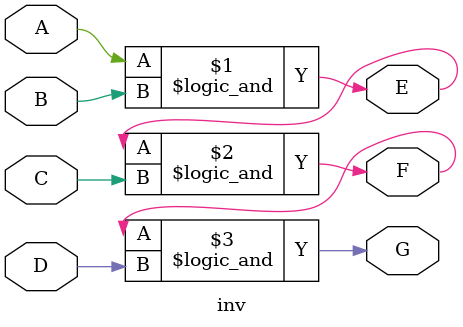
<source format=v>
`timescale 1ns / 1ps

module inv(
    input A,
    input B,
    input C,
    input D,
    
    output E,
    output F,
    output G
    );
    
    assign E = A&&B;
    assign F = E&&C;
    assign G = F&&D;
    
endmodule
</source>
